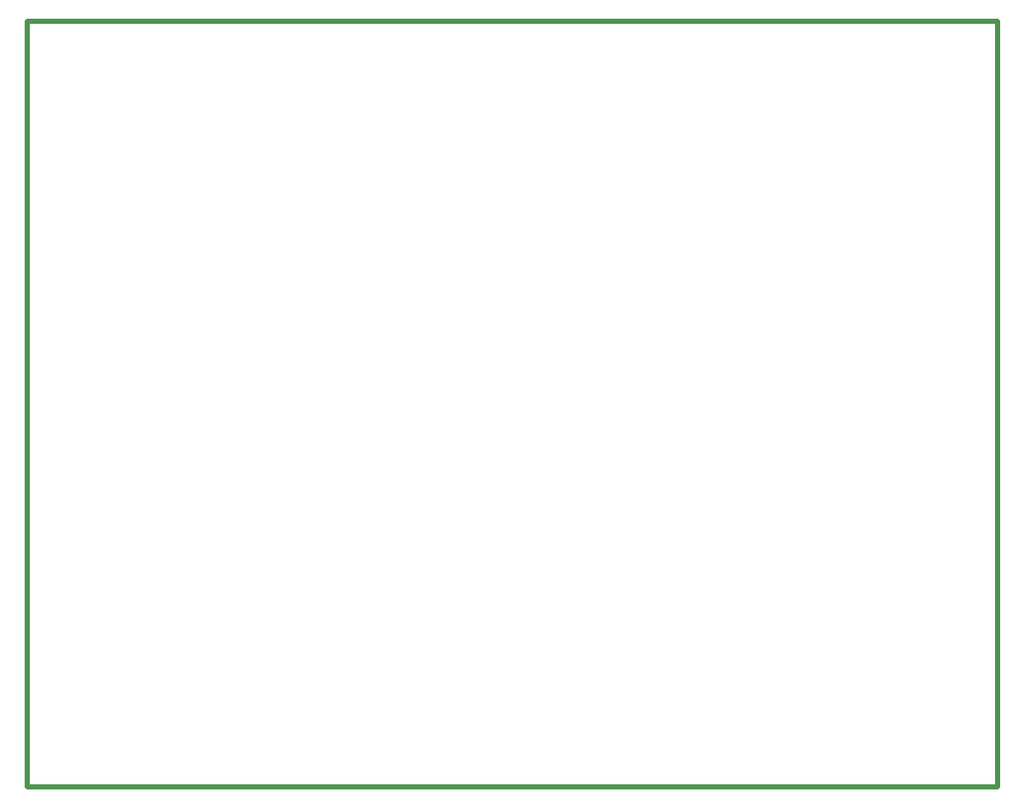
<source format=gko>
G04*
G04 #@! TF.GenerationSoftware,Altium Limited,Altium Designer,25.2.1 (25)*
G04*
G04 Layer_Color=16711935*
%FSLAX25Y25*%
%MOIN*%
G70*
G04*
G04 #@! TF.SameCoordinates,99A0EC09-0DB1-4406-8349-B672291F68DE*
G04*
G04*
G04 #@! TF.FilePolarity,Positive*
G04*
G01*
G75*
%ADD10C,0.02000*%
D10*
X0Y0D02*
X380000D01*
X0D02*
Y300000D01*
X380000D01*
Y0D02*
Y300000D01*
M02*

</source>
